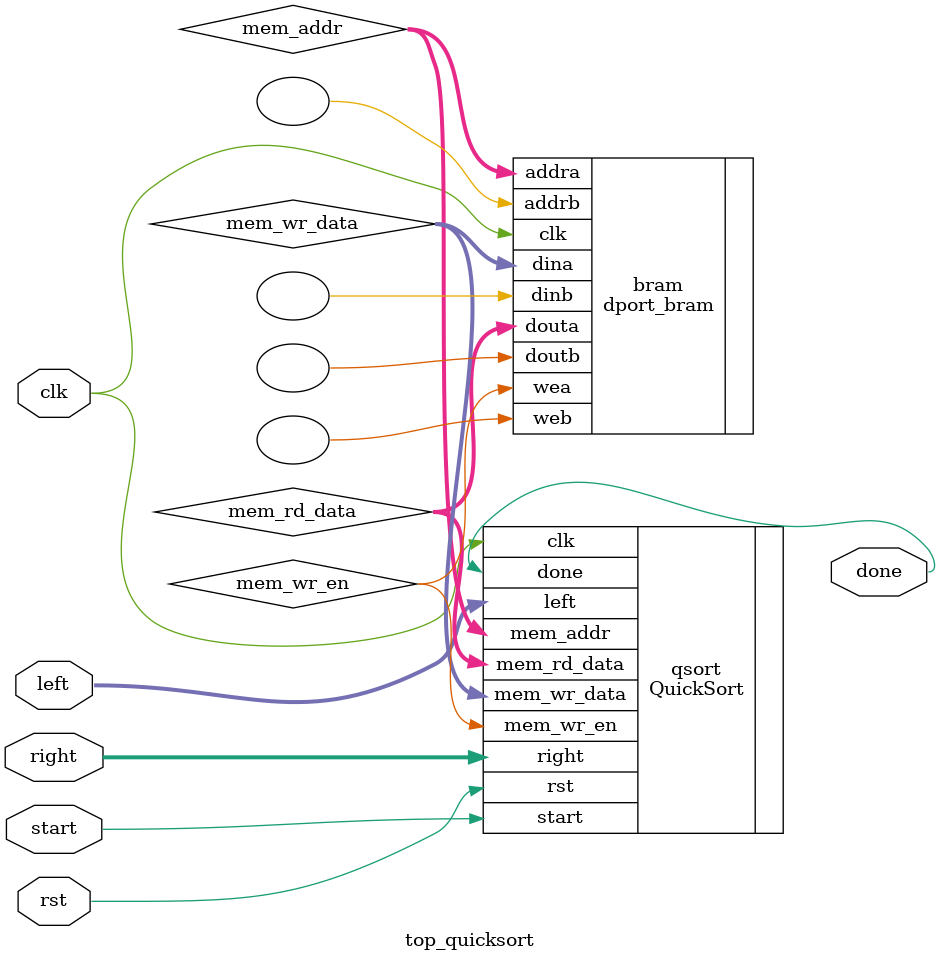
<source format=v>
`timescale 1ps/1ps

module top_quicksort #(parameter AW=6, parameter DW=8)(
	input rst,
	input clk,
	input start,
	input [AW-1:0] left,
	input [AW-1:0] right,
	output done
);

wire mem_wr_en;
wire [AW-1:0] mem_addr;
wire [DW-1:0] mem_wr_data;
wire [DW-1:0] mem_rd_data;

QuickSort #(.AW(AW), .DW(DW)) qsort
(
	.rst(rst),
	.clk(clk),
	.start(start),
	.left(left),
	.right(right),
	.done(done),
	.mem_wr_en(mem_wr_en),
	.mem_addr(mem_addr),
	.mem_wr_data(mem_wr_data),
	.mem_rd_data(mem_rd_data)
);

dport_bram #(.AW(6), .DW(DW)) bram
(
.clk(clk),
.wea(mem_wr_en),
.addra(mem_addr),
.dina(mem_wr_data),
.douta(mem_rd_data),
.web(),
.addrb(),
.dinb(),	//unconnected
.doutb()
);

endmodule
</source>
